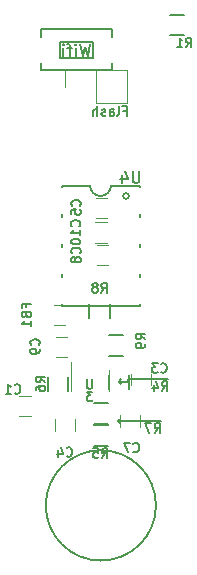
<source format=gbr>
G04 #@! TF.FileFunction,Legend,Bot*
%FSLAX46Y46*%
G04 Gerber Fmt 4.6, Leading zero omitted, Abs format (unit mm)*
G04 Created by KiCad (PCBNEW 4.0.4-stable) date 01/28/17 22:06:06*
%MOMM*%
%LPD*%
G01*
G04 APERTURE LIST*
%ADD10C,0.100000*%
%ADD11C,0.200000*%
%ADD12C,0.127000*%
%ADD13C,0.120000*%
%ADD14C,0.150000*%
G04 APERTURE END LIST*
D10*
D11*
X152872857Y-67862857D02*
X153139524Y-67862857D01*
X153139524Y-68281905D02*
X153139524Y-67481905D01*
X152758571Y-67481905D01*
X152339524Y-68281905D02*
X152415715Y-68243810D01*
X152453810Y-68167619D01*
X152453810Y-67481905D01*
X151691905Y-68281905D02*
X151691905Y-67862857D01*
X151730000Y-67786667D01*
X151806190Y-67748571D01*
X151958571Y-67748571D01*
X152034762Y-67786667D01*
X151691905Y-68243810D02*
X151768095Y-68281905D01*
X151958571Y-68281905D01*
X152034762Y-68243810D01*
X152072857Y-68167619D01*
X152072857Y-68091429D01*
X152034762Y-68015238D01*
X151958571Y-67977143D01*
X151768095Y-67977143D01*
X151691905Y-67939048D01*
X151349047Y-68243810D02*
X151272857Y-68281905D01*
X151120476Y-68281905D01*
X151044285Y-68243810D01*
X151006190Y-68167619D01*
X151006190Y-68129524D01*
X151044285Y-68053333D01*
X151120476Y-68015238D01*
X151234761Y-68015238D01*
X151310952Y-67977143D01*
X151349047Y-67900952D01*
X151349047Y-67862857D01*
X151310952Y-67786667D01*
X151234761Y-67748571D01*
X151120476Y-67748571D01*
X151044285Y-67786667D01*
X150663333Y-68281905D02*
X150663333Y-67481905D01*
X150320476Y-68281905D02*
X150320476Y-67862857D01*
X150358571Y-67786667D01*
X150434761Y-67748571D01*
X150549047Y-67748571D01*
X150625238Y-67786667D01*
X150663333Y-67824762D01*
D12*
X154450000Y-94140000D02*
X156030000Y-94140000D01*
X152460000Y-90820000D02*
X152690000Y-91050000D01*
X152680000Y-90600000D02*
X152460000Y-90820000D01*
X153340000Y-90630000D02*
X156640000Y-90630000D01*
X153150000Y-90820000D02*
X153340000Y-90630000D01*
X152490000Y-90820000D02*
X153150000Y-90820000D01*
X152430000Y-94140000D02*
X152610000Y-94320000D01*
X152440000Y-94110000D02*
X152600000Y-93950000D01*
X152440000Y-94140000D02*
X152440000Y-94110000D01*
X154440000Y-94140000D02*
X152440000Y-94140000D01*
D11*
X150218571Y-90621905D02*
X150218571Y-91269524D01*
X150180476Y-91345714D01*
X150142380Y-91383810D01*
X150066190Y-91421905D01*
X149913809Y-91421905D01*
X149837618Y-91383810D01*
X149799523Y-91345714D01*
X149761428Y-91269524D01*
X149761428Y-90621905D01*
D12*
X155626905Y-101295000D02*
G75*
G03X155626905Y-101295000I-4666905J0D01*
G01*
D13*
X150500000Y-77340000D02*
X151500000Y-77340000D01*
X151500000Y-79040000D02*
X150500000Y-79040000D01*
D14*
X151819000Y-74210000D02*
X154232000Y-74210000D01*
X150041000Y-74210000D02*
X147628000Y-74210000D01*
X151819000Y-74210000D02*
G75*
G02X150930000Y-75099000I-889000J0D01*
G01*
X150930000Y-75099000D02*
G75*
G02X150041000Y-74210000I0J889000D01*
G01*
X153343000Y-75099000D02*
G75*
G03X153343000Y-75099000I-254000J0D01*
G01*
X154232000Y-84370000D02*
X154232000Y-84243000D01*
X154232000Y-81703000D02*
X154232000Y-81957000D01*
X154232000Y-79163000D02*
X154232000Y-79417000D01*
X154232000Y-76623000D02*
X154232000Y-76877000D01*
X154232000Y-74210000D02*
X154232000Y-74337000D01*
X147628000Y-74210000D02*
X147628000Y-74337000D01*
X147628000Y-84370000D02*
X147628000Y-84243000D01*
X147628000Y-81703000D02*
X147628000Y-81957000D01*
X147628000Y-79163000D02*
X147628000Y-79417000D01*
X147628000Y-76623000D02*
X147628000Y-76877000D01*
X154232000Y-84370000D02*
X147628000Y-84370000D01*
D13*
X146960000Y-84330000D02*
X147960000Y-84330000D01*
X147960000Y-86030000D02*
X146960000Y-86030000D01*
D14*
X150280000Y-62020000D02*
X147480000Y-62020000D01*
X147480000Y-62020000D02*
X147480000Y-63420000D01*
X147480000Y-63420000D02*
X150280000Y-63420000D01*
X150280000Y-63420000D02*
X150280000Y-62020000D01*
X145880000Y-60970000D02*
X145880000Y-61620000D01*
X145880000Y-64470000D02*
X145880000Y-63820000D01*
X151880000Y-63820000D02*
X151880000Y-64470000D01*
X151880000Y-60970000D02*
X151880000Y-61620000D01*
X145880000Y-60970000D02*
X151880000Y-60970000D01*
X151880000Y-64470000D02*
X145880000Y-64470000D01*
X150340000Y-96275000D02*
X151540000Y-96275000D01*
X151540000Y-94525000D02*
X150340000Y-94525000D01*
D13*
X151610000Y-89790000D02*
X151610000Y-91590000D01*
X148390000Y-91590000D02*
X148390000Y-89140000D01*
X145010000Y-93720000D02*
X144010000Y-93720000D01*
X144010000Y-92020000D02*
X145010000Y-92020000D01*
X153470000Y-91130000D02*
X153470000Y-90130000D01*
X155170000Y-90130000D02*
X155170000Y-91130000D01*
X147050000Y-94960000D02*
X147050000Y-93960000D01*
X148750000Y-93960000D02*
X148750000Y-94960000D01*
X150510000Y-75300000D02*
X151510000Y-75300000D01*
X151510000Y-77000000D02*
X150510000Y-77000000D01*
X154310000Y-93630000D02*
X154310000Y-94630000D01*
X152610000Y-94630000D02*
X152610000Y-93630000D01*
X150600000Y-79230000D02*
X151600000Y-79230000D01*
X151600000Y-80930000D02*
X150600000Y-80930000D01*
X147120000Y-87020000D02*
X148120000Y-87020000D01*
X148120000Y-88720000D02*
X147120000Y-88720000D01*
D14*
X156800000Y-61485000D02*
X158000000Y-61485000D01*
X158000000Y-59735000D02*
X156800000Y-59735000D01*
X153365000Y-91420000D02*
X153365000Y-90220000D01*
X151615000Y-90220000D02*
X151615000Y-91420000D01*
X146445000Y-90380000D02*
X146445000Y-91580000D01*
X148195000Y-91580000D02*
X148195000Y-90380000D01*
X151540000Y-92655000D02*
X150340000Y-92655000D01*
X150340000Y-94405000D02*
X151540000Y-94405000D01*
X151725000Y-85460000D02*
X151725000Y-84260000D01*
X149975000Y-84260000D02*
X149975000Y-85460000D01*
X152810000Y-86905000D02*
X151610000Y-86905000D01*
X151610000Y-88655000D02*
X152810000Y-88655000D01*
D13*
X150550000Y-64450000D02*
X153210000Y-64450000D01*
X153210000Y-64450000D02*
X153210000Y-67230000D01*
X153210000Y-67230000D02*
X150550000Y-67230000D01*
X150550000Y-67230000D02*
X150550000Y-64450000D01*
X149280000Y-64450000D02*
X147890000Y-64450000D01*
X147890000Y-64450000D02*
X147890000Y-65840000D01*
D14*
X149145714Y-77655714D02*
X149183810Y-77617619D01*
X149221905Y-77503333D01*
X149221905Y-77427143D01*
X149183810Y-77312857D01*
X149107619Y-77236666D01*
X149031429Y-77198571D01*
X148879048Y-77160476D01*
X148764762Y-77160476D01*
X148612381Y-77198571D01*
X148536190Y-77236666D01*
X148460000Y-77312857D01*
X148421905Y-77427143D01*
X148421905Y-77503333D01*
X148460000Y-77617619D01*
X148498095Y-77655714D01*
X149221905Y-78417619D02*
X149221905Y-77960476D01*
X149221905Y-78189047D02*
X148421905Y-78189047D01*
X148536190Y-78112857D01*
X148612381Y-78036666D01*
X148650476Y-77960476D01*
X148421905Y-78912857D02*
X148421905Y-78989048D01*
X148460000Y-79065238D01*
X148498095Y-79103333D01*
X148574286Y-79141429D01*
X148726667Y-79179524D01*
X148917143Y-79179524D01*
X149069524Y-79141429D01*
X149145714Y-79103333D01*
X149183810Y-79065238D01*
X149221905Y-78989048D01*
X149221905Y-78912857D01*
X149183810Y-78836667D01*
X149145714Y-78798571D01*
X149069524Y-78760476D01*
X148917143Y-78722381D01*
X148726667Y-78722381D01*
X148574286Y-78760476D01*
X148498095Y-78798571D01*
X148460000Y-78836667D01*
X148421905Y-78912857D01*
X154221905Y-72992381D02*
X154221905Y-73801905D01*
X154174286Y-73897143D01*
X154126667Y-73944762D01*
X154031429Y-73992381D01*
X153840952Y-73992381D01*
X153745714Y-73944762D01*
X153698095Y-73897143D01*
X153650476Y-73801905D01*
X153650476Y-72992381D01*
X152745714Y-73325714D02*
X152745714Y-73992381D01*
X152983810Y-72944762D02*
X153221905Y-73659048D01*
X152602857Y-73659048D01*
X144632857Y-84493334D02*
X144632857Y-84226667D01*
X145051905Y-84226667D02*
X144251905Y-84226667D01*
X144251905Y-84607620D01*
X144632857Y-85179048D02*
X144670952Y-85293334D01*
X144709048Y-85331429D01*
X144785238Y-85369524D01*
X144899524Y-85369524D01*
X144975714Y-85331429D01*
X145013810Y-85293334D01*
X145051905Y-85217143D01*
X145051905Y-84912381D01*
X144251905Y-84912381D01*
X144251905Y-85179048D01*
X144290000Y-85255238D01*
X144328095Y-85293334D01*
X144404286Y-85331429D01*
X144480476Y-85331429D01*
X144556667Y-85293334D01*
X144594762Y-85255238D01*
X144632857Y-85179048D01*
X144632857Y-84912381D01*
X145051905Y-86131429D02*
X145051905Y-85674286D01*
X145051905Y-85902857D02*
X144251905Y-85902857D01*
X144366190Y-85826667D01*
X144442381Y-85750476D01*
X144480476Y-85674286D01*
X150070476Y-62232381D02*
X149832381Y-63232381D01*
X149641904Y-62518095D01*
X149451428Y-63232381D01*
X149213333Y-62232381D01*
X148832381Y-63232381D02*
X148832381Y-62565714D01*
X148832381Y-62232381D02*
X148880000Y-62280000D01*
X148832381Y-62327619D01*
X148784762Y-62280000D01*
X148832381Y-62232381D01*
X148832381Y-62327619D01*
X148499048Y-62565714D02*
X148118096Y-62565714D01*
X148356191Y-63232381D02*
X148356191Y-62375238D01*
X148308572Y-62280000D01*
X148213334Y-62232381D01*
X148118096Y-62232381D01*
X147784762Y-63232381D02*
X147784762Y-62565714D01*
X147784762Y-62232381D02*
X147832381Y-62280000D01*
X147784762Y-62327619D01*
X147737143Y-62280000D01*
X147784762Y-62232381D01*
X147784762Y-62327619D01*
X151053333Y-97271905D02*
X151320000Y-96890952D01*
X151510476Y-97271905D02*
X151510476Y-96471905D01*
X151205714Y-96471905D01*
X151129523Y-96510000D01*
X151091428Y-96548095D01*
X151053333Y-96624286D01*
X151053333Y-96738571D01*
X151091428Y-96814762D01*
X151129523Y-96852857D01*
X151205714Y-96890952D01*
X151510476Y-96890952D01*
X150329523Y-96471905D02*
X150710476Y-96471905D01*
X150748571Y-96852857D01*
X150710476Y-96814762D01*
X150634285Y-96776667D01*
X150443809Y-96776667D01*
X150367619Y-96814762D01*
X150329523Y-96852857D01*
X150291428Y-96929048D01*
X150291428Y-97119524D01*
X150329523Y-97195714D01*
X150367619Y-97233810D01*
X150443809Y-97271905D01*
X150634285Y-97271905D01*
X150710476Y-97233810D01*
X150748571Y-97195714D01*
X150246666Y-91671905D02*
X149751428Y-91671905D01*
X150018095Y-91976667D01*
X149903809Y-91976667D01*
X149827619Y-92014762D01*
X149789523Y-92052857D01*
X149751428Y-92129048D01*
X149751428Y-92319524D01*
X149789523Y-92395714D01*
X149827619Y-92433810D01*
X149903809Y-92471905D01*
X150132381Y-92471905D01*
X150208571Y-92433810D01*
X150246666Y-92395714D01*
X143653333Y-91755714D02*
X143691428Y-91793810D01*
X143805714Y-91831905D01*
X143881904Y-91831905D01*
X143996190Y-91793810D01*
X144072381Y-91717619D01*
X144110476Y-91641429D01*
X144148571Y-91489048D01*
X144148571Y-91374762D01*
X144110476Y-91222381D01*
X144072381Y-91146190D01*
X143996190Y-91070000D01*
X143881904Y-91031905D01*
X143805714Y-91031905D01*
X143691428Y-91070000D01*
X143653333Y-91108095D01*
X142891428Y-91831905D02*
X143348571Y-91831905D01*
X143120000Y-91831905D02*
X143120000Y-91031905D01*
X143196190Y-91146190D01*
X143272381Y-91222381D01*
X143348571Y-91260476D01*
X156033333Y-89975714D02*
X156071428Y-90013810D01*
X156185714Y-90051905D01*
X156261904Y-90051905D01*
X156376190Y-90013810D01*
X156452381Y-89937619D01*
X156490476Y-89861429D01*
X156528571Y-89709048D01*
X156528571Y-89594762D01*
X156490476Y-89442381D01*
X156452381Y-89366190D01*
X156376190Y-89290000D01*
X156261904Y-89251905D01*
X156185714Y-89251905D01*
X156071428Y-89290000D01*
X156033333Y-89328095D01*
X155766666Y-89251905D02*
X155271428Y-89251905D01*
X155538095Y-89556667D01*
X155423809Y-89556667D01*
X155347619Y-89594762D01*
X155309523Y-89632857D01*
X155271428Y-89709048D01*
X155271428Y-89899524D01*
X155309523Y-89975714D01*
X155347619Y-90013810D01*
X155423809Y-90051905D01*
X155652381Y-90051905D01*
X155728571Y-90013810D01*
X155766666Y-89975714D01*
X148053333Y-97095714D02*
X148091428Y-97133810D01*
X148205714Y-97171905D01*
X148281904Y-97171905D01*
X148396190Y-97133810D01*
X148472381Y-97057619D01*
X148510476Y-96981429D01*
X148548571Y-96829048D01*
X148548571Y-96714762D01*
X148510476Y-96562381D01*
X148472381Y-96486190D01*
X148396190Y-96410000D01*
X148281904Y-96371905D01*
X148205714Y-96371905D01*
X148091428Y-96410000D01*
X148053333Y-96448095D01*
X147367619Y-96638571D02*
X147367619Y-97171905D01*
X147558095Y-96333810D02*
X147748571Y-96905238D01*
X147253333Y-96905238D01*
X149175714Y-75926667D02*
X149213810Y-75888572D01*
X149251905Y-75774286D01*
X149251905Y-75698096D01*
X149213810Y-75583810D01*
X149137619Y-75507619D01*
X149061429Y-75469524D01*
X148909048Y-75431429D01*
X148794762Y-75431429D01*
X148642381Y-75469524D01*
X148566190Y-75507619D01*
X148490000Y-75583810D01*
X148451905Y-75698096D01*
X148451905Y-75774286D01*
X148490000Y-75888572D01*
X148528095Y-75926667D01*
X148451905Y-76650477D02*
X148451905Y-76269524D01*
X148832857Y-76231429D01*
X148794762Y-76269524D01*
X148756667Y-76345715D01*
X148756667Y-76536191D01*
X148794762Y-76612381D01*
X148832857Y-76650477D01*
X148909048Y-76688572D01*
X149099524Y-76688572D01*
X149175714Y-76650477D01*
X149213810Y-76612381D01*
X149251905Y-76536191D01*
X149251905Y-76345715D01*
X149213810Y-76269524D01*
X149175714Y-76231429D01*
X153703333Y-96735714D02*
X153741428Y-96773810D01*
X153855714Y-96811905D01*
X153931904Y-96811905D01*
X154046190Y-96773810D01*
X154122381Y-96697619D01*
X154160476Y-96621429D01*
X154198571Y-96469048D01*
X154198571Y-96354762D01*
X154160476Y-96202381D01*
X154122381Y-96126190D01*
X154046190Y-96050000D01*
X153931904Y-96011905D01*
X153855714Y-96011905D01*
X153741428Y-96050000D01*
X153703333Y-96088095D01*
X153436666Y-96011905D02*
X152903333Y-96011905D01*
X153246190Y-96811905D01*
X149165714Y-79956667D02*
X149203810Y-79918572D01*
X149241905Y-79804286D01*
X149241905Y-79728096D01*
X149203810Y-79613810D01*
X149127619Y-79537619D01*
X149051429Y-79499524D01*
X148899048Y-79461429D01*
X148784762Y-79461429D01*
X148632381Y-79499524D01*
X148556190Y-79537619D01*
X148480000Y-79613810D01*
X148441905Y-79728096D01*
X148441905Y-79804286D01*
X148480000Y-79918572D01*
X148518095Y-79956667D01*
X148784762Y-80413810D02*
X148746667Y-80337619D01*
X148708571Y-80299524D01*
X148632381Y-80261429D01*
X148594286Y-80261429D01*
X148518095Y-80299524D01*
X148480000Y-80337619D01*
X148441905Y-80413810D01*
X148441905Y-80566191D01*
X148480000Y-80642381D01*
X148518095Y-80680477D01*
X148594286Y-80718572D01*
X148632381Y-80718572D01*
X148708571Y-80680477D01*
X148746667Y-80642381D01*
X148784762Y-80566191D01*
X148784762Y-80413810D01*
X148822857Y-80337619D01*
X148860952Y-80299524D01*
X148937143Y-80261429D01*
X149089524Y-80261429D01*
X149165714Y-80299524D01*
X149203810Y-80337619D01*
X149241905Y-80413810D01*
X149241905Y-80566191D01*
X149203810Y-80642381D01*
X149165714Y-80680477D01*
X149089524Y-80718572D01*
X148937143Y-80718572D01*
X148860952Y-80680477D01*
X148822857Y-80642381D01*
X148784762Y-80566191D01*
X145705714Y-87706667D02*
X145743810Y-87668572D01*
X145781905Y-87554286D01*
X145781905Y-87478096D01*
X145743810Y-87363810D01*
X145667619Y-87287619D01*
X145591429Y-87249524D01*
X145439048Y-87211429D01*
X145324762Y-87211429D01*
X145172381Y-87249524D01*
X145096190Y-87287619D01*
X145020000Y-87363810D01*
X144981905Y-87478096D01*
X144981905Y-87554286D01*
X145020000Y-87668572D01*
X145058095Y-87706667D01*
X145781905Y-88087619D02*
X145781905Y-88240000D01*
X145743810Y-88316191D01*
X145705714Y-88354286D01*
X145591429Y-88430477D01*
X145439048Y-88468572D01*
X145134286Y-88468572D01*
X145058095Y-88430477D01*
X145020000Y-88392381D01*
X144981905Y-88316191D01*
X144981905Y-88163810D01*
X145020000Y-88087619D01*
X145058095Y-88049524D01*
X145134286Y-88011429D01*
X145324762Y-88011429D01*
X145400952Y-88049524D01*
X145439048Y-88087619D01*
X145477143Y-88163810D01*
X145477143Y-88316191D01*
X145439048Y-88392381D01*
X145400952Y-88430477D01*
X145324762Y-88468572D01*
X158153333Y-62491905D02*
X158420000Y-62110952D01*
X158610476Y-62491905D02*
X158610476Y-61691905D01*
X158305714Y-61691905D01*
X158229523Y-61730000D01*
X158191428Y-61768095D01*
X158153333Y-61844286D01*
X158153333Y-61958571D01*
X158191428Y-62034762D01*
X158229523Y-62072857D01*
X158305714Y-62110952D01*
X158610476Y-62110952D01*
X157391428Y-62491905D02*
X157848571Y-62491905D01*
X157620000Y-62491905D02*
X157620000Y-61691905D01*
X157696190Y-61806190D01*
X157772381Y-61882381D01*
X157848571Y-61920476D01*
X156103333Y-91591905D02*
X156370000Y-91210952D01*
X156560476Y-91591905D02*
X156560476Y-90791905D01*
X156255714Y-90791905D01*
X156179523Y-90830000D01*
X156141428Y-90868095D01*
X156103333Y-90944286D01*
X156103333Y-91058571D01*
X156141428Y-91134762D01*
X156179523Y-91172857D01*
X156255714Y-91210952D01*
X156560476Y-91210952D01*
X155417619Y-91058571D02*
X155417619Y-91591905D01*
X155608095Y-90753810D02*
X155798571Y-91325238D01*
X155303333Y-91325238D01*
X146241905Y-90866667D02*
X145860952Y-90600000D01*
X146241905Y-90409524D02*
X145441905Y-90409524D01*
X145441905Y-90714286D01*
X145480000Y-90790477D01*
X145518095Y-90828572D01*
X145594286Y-90866667D01*
X145708571Y-90866667D01*
X145784762Y-90828572D01*
X145822857Y-90790477D01*
X145860952Y-90714286D01*
X145860952Y-90409524D01*
X145441905Y-91552381D02*
X145441905Y-91400000D01*
X145480000Y-91323810D01*
X145518095Y-91285715D01*
X145632381Y-91209524D01*
X145784762Y-91171429D01*
X146089524Y-91171429D01*
X146165714Y-91209524D01*
X146203810Y-91247619D01*
X146241905Y-91323810D01*
X146241905Y-91476191D01*
X146203810Y-91552381D01*
X146165714Y-91590477D01*
X146089524Y-91628572D01*
X145899048Y-91628572D01*
X145822857Y-91590477D01*
X145784762Y-91552381D01*
X145746667Y-91476191D01*
X145746667Y-91323810D01*
X145784762Y-91247619D01*
X145822857Y-91209524D01*
X145899048Y-91171429D01*
X155503333Y-95121905D02*
X155770000Y-94740952D01*
X155960476Y-95121905D02*
X155960476Y-94321905D01*
X155655714Y-94321905D01*
X155579523Y-94360000D01*
X155541428Y-94398095D01*
X155503333Y-94474286D01*
X155503333Y-94588571D01*
X155541428Y-94664762D01*
X155579523Y-94702857D01*
X155655714Y-94740952D01*
X155960476Y-94740952D01*
X155236666Y-94321905D02*
X154703333Y-94321905D01*
X155046190Y-95121905D01*
X150983333Y-83281905D02*
X151250000Y-82900952D01*
X151440476Y-83281905D02*
X151440476Y-82481905D01*
X151135714Y-82481905D01*
X151059523Y-82520000D01*
X151021428Y-82558095D01*
X150983333Y-82634286D01*
X150983333Y-82748571D01*
X151021428Y-82824762D01*
X151059523Y-82862857D01*
X151135714Y-82900952D01*
X151440476Y-82900952D01*
X150526190Y-82824762D02*
X150602381Y-82786667D01*
X150640476Y-82748571D01*
X150678571Y-82672381D01*
X150678571Y-82634286D01*
X150640476Y-82558095D01*
X150602381Y-82520000D01*
X150526190Y-82481905D01*
X150373809Y-82481905D01*
X150297619Y-82520000D01*
X150259523Y-82558095D01*
X150221428Y-82634286D01*
X150221428Y-82672381D01*
X150259523Y-82748571D01*
X150297619Y-82786667D01*
X150373809Y-82824762D01*
X150526190Y-82824762D01*
X150602381Y-82862857D01*
X150640476Y-82900952D01*
X150678571Y-82977143D01*
X150678571Y-83129524D01*
X150640476Y-83205714D01*
X150602381Y-83243810D01*
X150526190Y-83281905D01*
X150373809Y-83281905D01*
X150297619Y-83243810D01*
X150259523Y-83205714D01*
X150221428Y-83129524D01*
X150221428Y-82977143D01*
X150259523Y-82900952D01*
X150297619Y-82862857D01*
X150373809Y-82824762D01*
X154701905Y-87236667D02*
X154320952Y-86970000D01*
X154701905Y-86779524D02*
X153901905Y-86779524D01*
X153901905Y-87084286D01*
X153940000Y-87160477D01*
X153978095Y-87198572D01*
X154054286Y-87236667D01*
X154168571Y-87236667D01*
X154244762Y-87198572D01*
X154282857Y-87160477D01*
X154320952Y-87084286D01*
X154320952Y-86779524D01*
X154701905Y-87617619D02*
X154701905Y-87770000D01*
X154663810Y-87846191D01*
X154625714Y-87884286D01*
X154511429Y-87960477D01*
X154359048Y-87998572D01*
X154054286Y-87998572D01*
X153978095Y-87960477D01*
X153940000Y-87922381D01*
X153901905Y-87846191D01*
X153901905Y-87693810D01*
X153940000Y-87617619D01*
X153978095Y-87579524D01*
X154054286Y-87541429D01*
X154244762Y-87541429D01*
X154320952Y-87579524D01*
X154359048Y-87617619D01*
X154397143Y-87693810D01*
X154397143Y-87846191D01*
X154359048Y-87922381D01*
X154320952Y-87960477D01*
X154244762Y-87998572D01*
M02*

</source>
